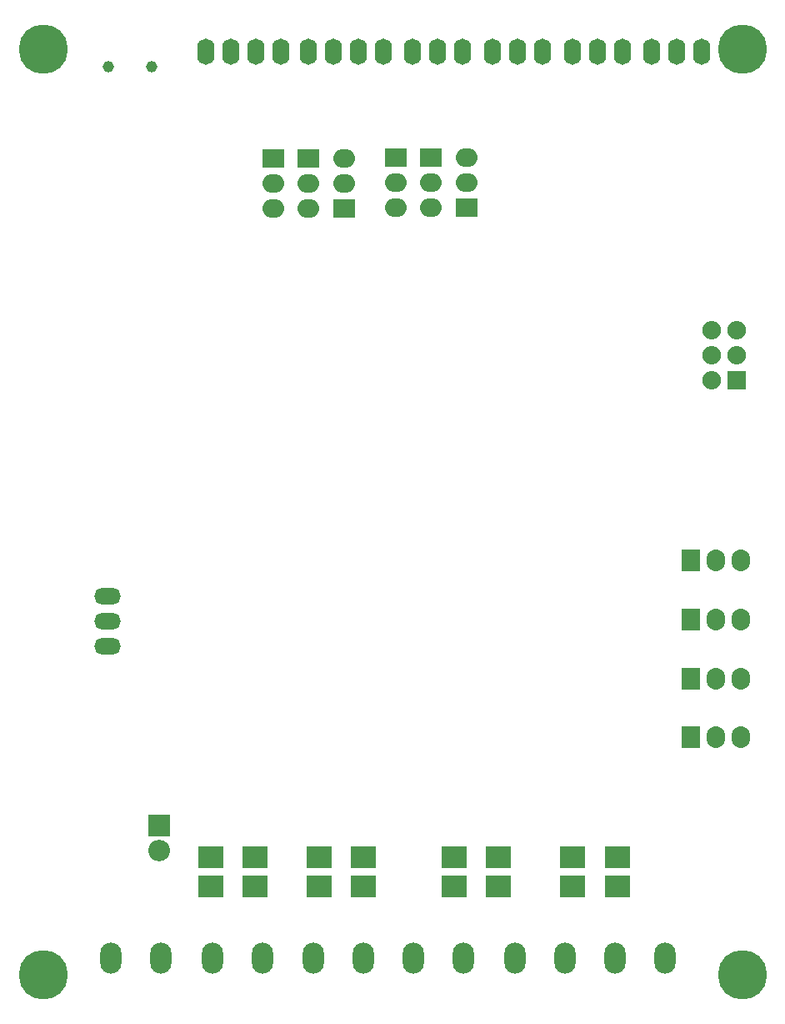
<source format=gbs>
G04 #@! TF.FileFunction,Soldermask,Bot*
%FSLAX46Y46*%
G04 Gerber Fmt 4.6, Leading zero omitted, Abs format (unit mm)*
G04 Created by KiCad (PCBNEW 4.1.0-alpha+201608101232+7015~46~ubuntu14.04.1-product) date Thu Aug 18 21:08:52 2016*
%MOMM*%
%LPD*%
G01*
G04 APERTURE LIST*
%ADD10C,0.100000*%
%ADD11O,1.760000X2.660000*%
%ADD12C,5.000000*%
%ADD13R,2.660000X2.160000*%
%ADD14C,1.160000*%
%ADD15O,2.700000X1.684000*%
%ADD16O,2.160000X3.160000*%
%ADD17R,1.887200X2.192000*%
%ADD18O,1.887200X2.192000*%
%ADD19R,2.192000X1.887200*%
%ADD20O,2.192000X1.887200*%
%ADD21R,1.887200X1.887200*%
%ADD22O,1.887200X1.887200*%
%ADD23R,2.192000X2.192000*%
%ADD24O,2.192000X2.192000*%
G04 APERTURE END LIST*
D10*
D11*
X177905000Y-43275000D03*
X175365000Y-43275000D03*
X172825000Y-43275000D03*
X169815000Y-43275000D03*
X167275000Y-43275000D03*
X164735000Y-43275000D03*
X161705000Y-43275000D03*
X159165000Y-43275000D03*
X156625000Y-43275000D03*
X153605000Y-43275000D03*
X151065000Y-43275000D03*
X148525000Y-43275000D03*
D12*
X182000000Y-137000000D03*
X182000000Y-43000000D03*
X111000000Y-43000000D03*
X111000000Y-137000000D03*
D13*
X132500000Y-128000000D03*
X128000000Y-128000000D03*
X132500000Y-125000000D03*
X128000000Y-125000000D03*
X139000000Y-128000000D03*
X143500000Y-128000000D03*
X139000000Y-125000000D03*
X143500000Y-125000000D03*
X157250000Y-128000000D03*
X152750000Y-128000000D03*
X157250000Y-125000000D03*
X152750000Y-125000000D03*
X164800000Y-128000000D03*
X169300000Y-128000000D03*
X164800000Y-125000000D03*
X169300000Y-125000000D03*
D14*
X117575000Y-44800000D03*
X121975000Y-44800000D03*
D15*
X117550000Y-98500000D03*
X117550000Y-101040000D03*
X117550000Y-103580000D03*
D11*
X145525000Y-43275000D03*
X142985000Y-43275000D03*
X140445000Y-43275000D03*
X137905000Y-43275000D03*
X135125000Y-43275000D03*
X132585000Y-43275000D03*
X130045000Y-43275000D03*
X127505000Y-43275000D03*
D16*
X143550000Y-135300000D03*
X138470000Y-135300000D03*
X148630000Y-135300000D03*
X153710000Y-135300000D03*
X164000000Y-135300000D03*
X158920000Y-135300000D03*
X169080000Y-135300000D03*
X174160000Y-135300000D03*
X122980000Y-135300000D03*
X117900000Y-135300000D03*
X133270000Y-135300000D03*
X128190000Y-135300000D03*
D17*
X176790000Y-112890000D03*
D18*
X179330000Y-112890000D03*
X181870000Y-112890000D03*
D17*
X176790000Y-106890000D03*
D18*
X179330000Y-106890000D03*
X181870000Y-106890000D03*
D17*
X176790000Y-100890000D03*
D18*
X179330000Y-100890000D03*
X181870000Y-100890000D03*
D17*
X176760000Y-94930000D03*
D18*
X179300000Y-94930000D03*
X181840000Y-94930000D03*
D19*
X141525000Y-59130000D03*
D20*
X141525000Y-56590000D03*
X141525000Y-54050000D03*
D19*
X153980000Y-59115000D03*
D20*
X153980000Y-56575000D03*
X153980000Y-54035000D03*
D19*
X134375000Y-54050000D03*
D20*
X134375000Y-56590000D03*
X134375000Y-59130000D03*
D19*
X137950000Y-54050000D03*
D20*
X137950000Y-56590000D03*
X137950000Y-59130000D03*
D19*
X146830000Y-54020000D03*
D20*
X146830000Y-56560000D03*
X146830000Y-59100000D03*
D19*
X150405000Y-54020000D03*
D20*
X150405000Y-56560000D03*
X150405000Y-59100000D03*
D21*
X181420000Y-76620000D03*
D22*
X178880000Y-76620000D03*
X181420000Y-74080000D03*
X178880000Y-74080000D03*
X181420000Y-71540000D03*
X178880000Y-71540000D03*
D23*
X122800000Y-121860000D03*
D24*
X122800000Y-124400000D03*
M02*

</source>
